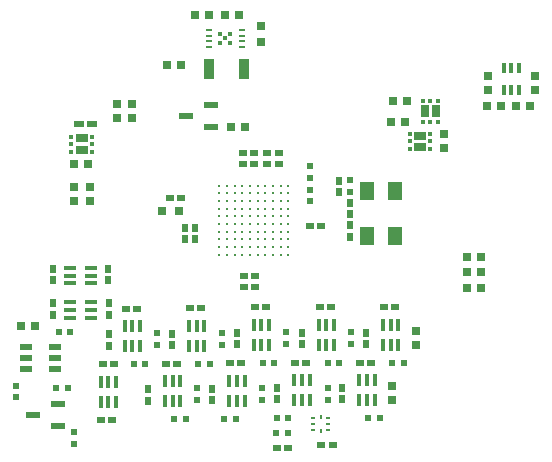
<source format=gbp>
G04 Layer_Color=128*
%FSLAX43Y43*%
%MOMM*%
G71*
G01*
G75*
%ADD28R,0.700X0.700*%
%ADD30R,0.650X0.800*%
%ADD33R,0.900X0.600*%
%ADD36R,0.762X0.762*%
%ADD37R,0.800X0.650*%
%ADD38R,0.600X0.550*%
%ADD39R,0.550X0.600*%
%ADD40R,0.500X0.650*%
%ADD87R,1.300X1.600*%
%ADD89R,0.600X0.250*%
%ADD90R,0.250X0.400*%
%ADD91R,0.400X0.250*%
%ADD92C,0.280*%
%ADD93R,0.400X1.000*%
%ADD94R,1.050X0.720*%
%ADD95R,0.300X0.350*%
%ADD96R,1.050X0.600*%
%ADD97R,1.300X0.600*%
%ADD98R,0.350X0.850*%
%ADD99R,0.950X1.750*%
%ADD100R,0.650X0.500*%
%ADD101R,0.720X1.050*%
%ADD102R,0.350X0.300*%
%ADD103R,1.000X0.400*%
%ADD187C,0.400*%
%ADD188R,0.200X0.100*%
D28*
X-31375Y-20000D02*
D03*
X-32775D02*
D03*
D30*
X-8950Y-14675D02*
D03*
Y-13475D02*
D03*
X-38925Y-18000D02*
D03*
Y-19200D02*
D03*
X-40225Y-19200D02*
D03*
Y-18000D02*
D03*
X-1200Y-8600D02*
D03*
Y-9800D02*
D03*
X-5200Y-9800D02*
D03*
Y-8600D02*
D03*
X-36600Y-10950D02*
D03*
Y-12150D02*
D03*
X-35325Y-12150D02*
D03*
Y-10950D02*
D03*
X-13350Y-34825D02*
D03*
Y-36025D02*
D03*
X-11325Y-30150D02*
D03*
Y-31350D02*
D03*
D33*
X-39825Y-12675D02*
D03*
X-38725D02*
D03*
D36*
X-24425Y-4301D02*
D03*
Y-5699D02*
D03*
D37*
X-12075Y-10700D02*
D03*
X-13275D02*
D03*
X-28800Y-3400D02*
D03*
X-30000D02*
D03*
X-26275D02*
D03*
X-27475D02*
D03*
X-39025Y-16050D02*
D03*
X-40225D02*
D03*
X-13425Y-12450D02*
D03*
X-12225D02*
D03*
X-5800Y-23900D02*
D03*
X-7000D02*
D03*
X-5800Y-25200D02*
D03*
X-7000D02*
D03*
X-5800Y-26500D02*
D03*
X-7000D02*
D03*
X-5300Y-11100D02*
D03*
X-4100D02*
D03*
X-2800D02*
D03*
X-1600D02*
D03*
X-31190Y-7665D02*
D03*
X-32390D02*
D03*
X-25775Y-12925D02*
D03*
X-26975D02*
D03*
X-43575Y-29775D02*
D03*
X-44775D02*
D03*
D38*
X-22125Y-38825D02*
D03*
X-23125D02*
D03*
X-22100Y-37550D02*
D03*
X-23100D02*
D03*
X-40750Y-34975D02*
D03*
X-41750D02*
D03*
X-18775Y-32850D02*
D03*
X-17775D02*
D03*
X-15350Y-37525D02*
D03*
X-14350D02*
D03*
X-41550Y-30275D02*
D03*
X-40550D02*
D03*
X-13325Y-32850D02*
D03*
X-12325D02*
D03*
X-29750Y-32925D02*
D03*
X-28750D02*
D03*
X-35200Y-32975D02*
D03*
X-34200D02*
D03*
X-24275Y-32850D02*
D03*
X-23275D02*
D03*
X-26550Y-37625D02*
D03*
X-27550D02*
D03*
X-31800D02*
D03*
X-30800D02*
D03*
D39*
X-45125Y-34787D02*
D03*
Y-35787D02*
D03*
X-16900Y-18400D02*
D03*
Y-17400D02*
D03*
X-20300Y-18200D02*
D03*
Y-19200D02*
D03*
Y-17200D02*
D03*
Y-16200D02*
D03*
X-18775Y-34975D02*
D03*
Y-35975D02*
D03*
X-40213Y-39750D02*
D03*
Y-38750D02*
D03*
X-16775Y-30250D02*
D03*
Y-31250D02*
D03*
X-33200Y-31375D02*
D03*
Y-30375D02*
D03*
X-27750Y-31325D02*
D03*
Y-30325D02*
D03*
X-22275Y-31250D02*
D03*
Y-30250D02*
D03*
X-24350Y-35975D02*
D03*
Y-34975D02*
D03*
X-29800Y-36025D02*
D03*
Y-35025D02*
D03*
D40*
X-33975Y-36050D02*
D03*
Y-35100D02*
D03*
X-30875Y-22375D02*
D03*
Y-21425D02*
D03*
X-30000Y-22375D02*
D03*
Y-21425D02*
D03*
X-17800Y-18375D02*
D03*
Y-17425D02*
D03*
X-16900Y-20275D02*
D03*
Y-19325D02*
D03*
Y-21225D02*
D03*
Y-22175D02*
D03*
X-20950Y-31275D02*
D03*
Y-30325D02*
D03*
X-23025Y-35950D02*
D03*
Y-35000D02*
D03*
X-17525Y-35950D02*
D03*
Y-35000D02*
D03*
X-15500Y-31275D02*
D03*
Y-30325D02*
D03*
X-37375Y-25825D02*
D03*
Y-24875D02*
D03*
X-42025Y-24900D02*
D03*
Y-25850D02*
D03*
X-31925Y-31350D02*
D03*
Y-30400D02*
D03*
X-37287Y-31400D02*
D03*
Y-30450D02*
D03*
X-26450Y-31275D02*
D03*
Y-30325D02*
D03*
X-37300Y-28775D02*
D03*
Y-27825D02*
D03*
X-42025Y-27825D02*
D03*
Y-28775D02*
D03*
X-28525Y-36000D02*
D03*
Y-35050D02*
D03*
D87*
X-13100Y-22150D02*
D03*
Y-18350D02*
D03*
X-15400D02*
D03*
Y-22150D02*
D03*
D89*
X-26025Y-4650D02*
D03*
Y-5150D02*
D03*
Y-6150D02*
D03*
Y-5650D02*
D03*
X-28825D02*
D03*
Y-6150D02*
D03*
Y-5150D02*
D03*
Y-4650D02*
D03*
D90*
X-19375Y-37450D02*
D03*
Y-38650D02*
D03*
D91*
X-19980Y-38050D02*
D03*
Y-37550D02*
D03*
Y-38550D02*
D03*
X-18770D02*
D03*
Y-37550D02*
D03*
Y-38050D02*
D03*
D92*
X-27300Y-20450D02*
D03*
X-27950Y-17850D02*
D03*
X-27300D02*
D03*
X-26650D02*
D03*
X-26000D02*
D03*
X-25350D02*
D03*
X-24700D02*
D03*
X-24050D02*
D03*
X-23400D02*
D03*
X-22750D02*
D03*
X-22100D02*
D03*
X-27950Y-18500D02*
D03*
X-27300D02*
D03*
X-26650D02*
D03*
X-26000D02*
D03*
X-25350D02*
D03*
X-24700D02*
D03*
X-24050D02*
D03*
X-23400D02*
D03*
X-22750D02*
D03*
X-22100D02*
D03*
X-27950Y-19150D02*
D03*
X-27300D02*
D03*
X-26650D02*
D03*
X-26000D02*
D03*
X-25350D02*
D03*
X-24700D02*
D03*
X-24050D02*
D03*
X-23400D02*
D03*
X-22750D02*
D03*
X-27950Y-19800D02*
D03*
X-27300D02*
D03*
X-26650D02*
D03*
X-26000D02*
D03*
X-25350D02*
D03*
X-24700D02*
D03*
X-24050D02*
D03*
X-23400D02*
D03*
X-22750D02*
D03*
X-27950Y-20450D02*
D03*
X-26650D02*
D03*
X-26000D02*
D03*
X-25350D02*
D03*
X-24700D02*
D03*
X-24050D02*
D03*
X-23400D02*
D03*
X-22750D02*
D03*
X-27950Y-21750D02*
D03*
X-27300D02*
D03*
X-26650D02*
D03*
X-26000D02*
D03*
X-25350D02*
D03*
X-24700D02*
D03*
X-24050D02*
D03*
X-23400D02*
D03*
X-22750D02*
D03*
X-27950Y-22400D02*
D03*
X-27300D02*
D03*
X-26650D02*
D03*
X-26000D02*
D03*
X-25350D02*
D03*
X-24700D02*
D03*
X-24050D02*
D03*
X-23400D02*
D03*
X-22750D02*
D03*
X-27950Y-23050D02*
D03*
X-27300D02*
D03*
X-26650D02*
D03*
X-26000D02*
D03*
X-25350D02*
D03*
X-24700D02*
D03*
X-24050D02*
D03*
X-23400D02*
D03*
X-22750D02*
D03*
X-27950Y-23700D02*
D03*
X-27300D02*
D03*
X-26650D02*
D03*
X-26000D02*
D03*
X-25350D02*
D03*
X-24700D02*
D03*
X-24050D02*
D03*
X-23400D02*
D03*
X-22750D02*
D03*
X-27950Y-21100D02*
D03*
X-27300D02*
D03*
X-26650D02*
D03*
X-26000D02*
D03*
X-25350D02*
D03*
X-24700D02*
D03*
X-24050D02*
D03*
X-23400D02*
D03*
X-22750D02*
D03*
X-22100D02*
D03*
Y-19150D02*
D03*
Y-19800D02*
D03*
Y-20450D02*
D03*
Y-21750D02*
D03*
Y-22400D02*
D03*
Y-23050D02*
D03*
Y-23700D02*
D03*
D93*
X-32550Y-34425D02*
D03*
X-31900D02*
D03*
X-31250D02*
D03*
Y-36125D02*
D03*
X-31900D02*
D03*
X-32550D02*
D03*
X-19525Y-29650D02*
D03*
X-18875D02*
D03*
X-18225D02*
D03*
Y-31350D02*
D03*
X-18875D02*
D03*
X-19525D02*
D03*
X-21600Y-34325D02*
D03*
X-20950D02*
D03*
X-20300D02*
D03*
Y-36025D02*
D03*
X-20950D02*
D03*
X-21600D02*
D03*
X-16100Y-34325D02*
D03*
X-15450D02*
D03*
X-14800D02*
D03*
Y-36025D02*
D03*
X-15450D02*
D03*
X-16100D02*
D03*
X-38000Y-34475D02*
D03*
X-37350D02*
D03*
X-36700D02*
D03*
Y-36175D02*
D03*
X-37350D02*
D03*
X-38000D02*
D03*
X-14075Y-29650D02*
D03*
X-13425D02*
D03*
X-12775D02*
D03*
Y-31350D02*
D03*
X-13425D02*
D03*
X-14075D02*
D03*
X-30500Y-29725D02*
D03*
X-29850D02*
D03*
X-29200D02*
D03*
Y-31425D02*
D03*
X-29850D02*
D03*
X-30500D02*
D03*
X-35950Y-29775D02*
D03*
X-35300D02*
D03*
X-34650D02*
D03*
Y-31475D02*
D03*
X-35300D02*
D03*
X-35950D02*
D03*
X-25025Y-29650D02*
D03*
X-24375D02*
D03*
X-23725D02*
D03*
Y-31350D02*
D03*
X-24375D02*
D03*
X-25025D02*
D03*
X-27100Y-34375D02*
D03*
X-26450D02*
D03*
X-25800D02*
D03*
Y-36075D02*
D03*
X-26450D02*
D03*
X-27100D02*
D03*
D94*
X-10950Y-13620D02*
D03*
X-10950Y-14600D02*
D03*
X-39600Y-14840D02*
D03*
X-39600Y-13860D02*
D03*
D95*
X-10075Y-13460D02*
D03*
Y-14110D02*
D03*
Y-14760D02*
D03*
X-11825D02*
D03*
Y-14110D02*
D03*
Y-13460D02*
D03*
X-40475Y-15000D02*
D03*
Y-14350D02*
D03*
Y-13700D02*
D03*
X-38725D02*
D03*
Y-14350D02*
D03*
Y-15000D02*
D03*
D96*
X-44300Y-33425D02*
D03*
Y-32475D02*
D03*
Y-31525D02*
D03*
X-41850D02*
D03*
Y-32475D02*
D03*
Y-33425D02*
D03*
D97*
X-41600Y-36325D02*
D03*
Y-38225D02*
D03*
X-43700Y-37275D02*
D03*
X-30750Y-11975D02*
D03*
X-28650Y-12925D02*
D03*
Y-11025D02*
D03*
D98*
X-3875Y-7875D02*
D03*
X-3225D02*
D03*
X-2575D02*
D03*
Y-9725D02*
D03*
X-3225D02*
D03*
X-3875D02*
D03*
D99*
X-28825Y-7975D02*
D03*
X-25875D02*
D03*
D100*
X-24900Y-26400D02*
D03*
X-25850D02*
D03*
X-24900Y-25500D02*
D03*
X-25850D02*
D03*
X-19325Y-21300D02*
D03*
X-20275D02*
D03*
X-22925Y-16000D02*
D03*
X-23875D02*
D03*
X-22925Y-15100D02*
D03*
X-23875D02*
D03*
X-25975Y-16000D02*
D03*
X-25025D02*
D03*
X-25975Y-15100D02*
D03*
X-25025D02*
D03*
X-32150Y-18900D02*
D03*
X-31200D02*
D03*
X-23100Y-40075D02*
D03*
X-22150D02*
D03*
X-19300Y-39825D02*
D03*
X-18350D02*
D03*
X-18500Y-28175D02*
D03*
X-19450D02*
D03*
X-20575Y-32850D02*
D03*
X-21525D02*
D03*
X-15075Y-32850D02*
D03*
X-16025D02*
D03*
X-36875Y-32975D02*
D03*
X-37825D02*
D03*
X-37950Y-37675D02*
D03*
X-37000D02*
D03*
X-13050Y-28175D02*
D03*
X-14000D02*
D03*
X-29475Y-28250D02*
D03*
X-30425D02*
D03*
X-34925Y-28300D02*
D03*
X-35875D02*
D03*
X-24000Y-28175D02*
D03*
X-24950D02*
D03*
X-26075Y-32900D02*
D03*
X-27025D02*
D03*
X-31525Y-32950D02*
D03*
X-32475D02*
D03*
D101*
X-10565Y-11575D02*
D03*
X-9585Y-11575D02*
D03*
D102*
X-10725Y-10700D02*
D03*
X-10075D02*
D03*
X-9425D02*
D03*
Y-12450D02*
D03*
X-10075D02*
D03*
X-10725D02*
D03*
D103*
X-38850Y-24825D02*
D03*
Y-25475D02*
D03*
Y-26125D02*
D03*
X-40550D02*
D03*
Y-25475D02*
D03*
Y-24825D02*
D03*
X-38850Y-27750D02*
D03*
Y-28400D02*
D03*
Y-29050D02*
D03*
X-40550D02*
D03*
Y-28400D02*
D03*
Y-27750D02*
D03*
D187*
X-27850Y-5000D02*
D03*
X-27000D02*
D03*
Y-5800D02*
D03*
X-27850D02*
D03*
X-27425Y-5400D02*
D03*
D188*
D03*
M02*

</source>
